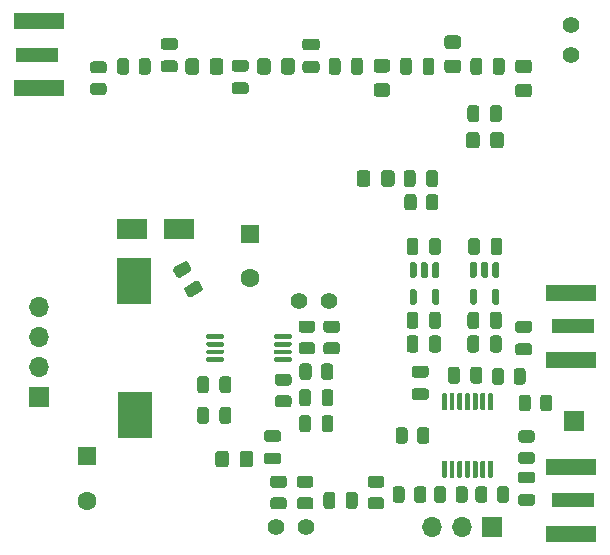
<source format=gbr>
%TF.GenerationSoftware,KiCad,Pcbnew,5.1.8*%
%TF.CreationDate,2020-12-19T17:09:28+01:00*%
%TF.ProjectId,GNI-plutoclocker,474e492d-706c-4757-946f-636c6f636b65,rev?*%
%TF.SameCoordinates,Original*%
%TF.FileFunction,Soldermask,Top*%
%TF.FilePolarity,Negative*%
%FSLAX46Y46*%
G04 Gerber Fmt 4.6, Leading zero omitted, Abs format (unit mm)*
G04 Created by KiCad (PCBNEW 5.1.8) date 2020-12-19 17:09:28*
%MOMM*%
%LPD*%
G01*
G04 APERTURE LIST*
%ADD10R,1.700000X1.700000*%
%ADD11O,1.700000X1.700000*%
%ADD12R,3.000000X4.000000*%
%ADD13C,1.400000*%
%ADD14R,3.600000X1.270000*%
%ADD15R,4.200000X1.350000*%
%ADD16R,2.500000X1.800000*%
%ADD17C,1.600000*%
%ADD18R,1.600000X1.600000*%
G04 APERTURE END LIST*
%TO.C,C12*%
G36*
G01*
X103225000Y-87800000D02*
X102275000Y-87800000D01*
G75*
G02*
X102025000Y-87550000I0J250000D01*
G01*
X102025000Y-87050000D01*
G75*
G02*
X102275000Y-86800000I250000J0D01*
G01*
X103225000Y-86800000D01*
G75*
G02*
X103475000Y-87050000I0J-250000D01*
G01*
X103475000Y-87550000D01*
G75*
G02*
X103225000Y-87800000I-250000J0D01*
G01*
G37*
G36*
G01*
X103225000Y-89700000D02*
X102275000Y-89700000D01*
G75*
G02*
X102025000Y-89450000I0J250000D01*
G01*
X102025000Y-88950000D01*
G75*
G02*
X102275000Y-88700000I250000J0D01*
G01*
X103225000Y-88700000D01*
G75*
G02*
X103475000Y-88950000I0J-250000D01*
G01*
X103475000Y-89450000D01*
G75*
G02*
X103225000Y-89700000I-250000J0D01*
G01*
G37*
%TD*%
%TO.C,L9*%
G36*
G01*
X99050000Y-88799999D02*
X99050000Y-89700001D01*
G75*
G02*
X98800001Y-89950000I-249999J0D01*
G01*
X98149999Y-89950000D01*
G75*
G02*
X97900000Y-89700001I0J249999D01*
G01*
X97900000Y-88799999D01*
G75*
G02*
X98149999Y-88550000I249999J0D01*
G01*
X98800001Y-88550000D01*
G75*
G02*
X99050000Y-88799999I0J-249999D01*
G01*
G37*
G36*
G01*
X101100000Y-88799999D02*
X101100000Y-89700001D01*
G75*
G02*
X100850001Y-89950000I-249999J0D01*
G01*
X100199999Y-89950000D01*
G75*
G02*
X99950000Y-89700001I0J249999D01*
G01*
X99950000Y-88799999D01*
G75*
G02*
X100199999Y-88550000I249999J0D01*
G01*
X100850001Y-88550000D01*
G75*
G02*
X101100000Y-88799999I0J-249999D01*
G01*
G37*
%TD*%
%TO.C,C17*%
G36*
G01*
X120250000Y-79025000D02*
X120250000Y-79975000D01*
G75*
G02*
X120000000Y-80225000I-250000J0D01*
G01*
X119500000Y-80225000D01*
G75*
G02*
X119250000Y-79975000I0J250000D01*
G01*
X119250000Y-79025000D01*
G75*
G02*
X119500000Y-78775000I250000J0D01*
G01*
X120000000Y-78775000D01*
G75*
G02*
X120250000Y-79025000I0J-250000D01*
G01*
G37*
G36*
G01*
X122150000Y-79025000D02*
X122150000Y-79975000D01*
G75*
G02*
X121900000Y-80225000I-250000J0D01*
G01*
X121400000Y-80225000D01*
G75*
G02*
X121150000Y-79975000I0J250000D01*
G01*
X121150000Y-79025000D01*
G75*
G02*
X121400000Y-78775000I250000J0D01*
G01*
X121900000Y-78775000D01*
G75*
G02*
X122150000Y-79025000I0J-250000D01*
G01*
G37*
%TD*%
%TO.C,C4*%
G36*
G01*
X108050000Y-92275000D02*
X108050000Y-93225000D01*
G75*
G02*
X107800000Y-93475000I-250000J0D01*
G01*
X107300000Y-93475000D01*
G75*
G02*
X107050000Y-93225000I0J250000D01*
G01*
X107050000Y-92275000D01*
G75*
G02*
X107300000Y-92025000I250000J0D01*
G01*
X107800000Y-92025000D01*
G75*
G02*
X108050000Y-92275000I0J-250000D01*
G01*
G37*
G36*
G01*
X109950000Y-92275000D02*
X109950000Y-93225000D01*
G75*
G02*
X109700000Y-93475000I-250000J0D01*
G01*
X109200000Y-93475000D01*
G75*
G02*
X108950000Y-93225000I0J250000D01*
G01*
X108950000Y-92275000D01*
G75*
G02*
X109200000Y-92025000I250000J0D01*
G01*
X109700000Y-92025000D01*
G75*
G02*
X109950000Y-92275000I0J-250000D01*
G01*
G37*
%TD*%
%TO.C,C9*%
G36*
G01*
X115100000Y-77025000D02*
X115100000Y-77975000D01*
G75*
G02*
X114850000Y-78225000I-250000J0D01*
G01*
X114350000Y-78225000D01*
G75*
G02*
X114100000Y-77975000I0J250000D01*
G01*
X114100000Y-77025000D01*
G75*
G02*
X114350000Y-76775000I250000J0D01*
G01*
X114850000Y-76775000D01*
G75*
G02*
X115100000Y-77025000I0J-250000D01*
G01*
G37*
G36*
G01*
X117000000Y-77025000D02*
X117000000Y-77975000D01*
G75*
G02*
X116750000Y-78225000I-250000J0D01*
G01*
X116250000Y-78225000D01*
G75*
G02*
X116000000Y-77975000I0J250000D01*
G01*
X116000000Y-77025000D01*
G75*
G02*
X116250000Y-76775000I250000J0D01*
G01*
X116750000Y-76775000D01*
G75*
G02*
X117000000Y-77025000I0J-250000D01*
G01*
G37*
%TD*%
%TO.C,C16*%
G36*
G01*
X115100000Y-79025000D02*
X115100000Y-79975000D01*
G75*
G02*
X114850000Y-80225000I-250000J0D01*
G01*
X114350000Y-80225000D01*
G75*
G02*
X114100000Y-79975000I0J250000D01*
G01*
X114100000Y-79025000D01*
G75*
G02*
X114350000Y-78775000I250000J0D01*
G01*
X114850000Y-78775000D01*
G75*
G02*
X115100000Y-79025000I0J-250000D01*
G01*
G37*
G36*
G01*
X117000000Y-79025000D02*
X117000000Y-79975000D01*
G75*
G02*
X116750000Y-80225000I-250000J0D01*
G01*
X116250000Y-80225000D01*
G75*
G02*
X116000000Y-79975000I0J250000D01*
G01*
X116000000Y-79025000D01*
G75*
G02*
X116250000Y-78775000I250000J0D01*
G01*
X116750000Y-78775000D01*
G75*
G02*
X117000000Y-79025000I0J-250000D01*
G01*
G37*
%TD*%
%TO.C,U1*%
G36*
G01*
X116400000Y-74862500D02*
X116700000Y-74862500D01*
G75*
G02*
X116850000Y-75012500I0J-150000D01*
G01*
X116850000Y-76037500D01*
G75*
G02*
X116700000Y-76187500I-150000J0D01*
G01*
X116400000Y-76187500D01*
G75*
G02*
X116250000Y-76037500I0J150000D01*
G01*
X116250000Y-75012500D01*
G75*
G02*
X116400000Y-74862500I150000J0D01*
G01*
G37*
G36*
G01*
X114500000Y-74862500D02*
X114800000Y-74862500D01*
G75*
G02*
X114950000Y-75012500I0J-150000D01*
G01*
X114950000Y-76037500D01*
G75*
G02*
X114800000Y-76187500I-150000J0D01*
G01*
X114500000Y-76187500D01*
G75*
G02*
X114350000Y-76037500I0J150000D01*
G01*
X114350000Y-75012500D01*
G75*
G02*
X114500000Y-74862500I150000J0D01*
G01*
G37*
G36*
G01*
X114500000Y-72587500D02*
X114800000Y-72587500D01*
G75*
G02*
X114950000Y-72737500I0J-150000D01*
G01*
X114950000Y-73762500D01*
G75*
G02*
X114800000Y-73912500I-150000J0D01*
G01*
X114500000Y-73912500D01*
G75*
G02*
X114350000Y-73762500I0J150000D01*
G01*
X114350000Y-72737500D01*
G75*
G02*
X114500000Y-72587500I150000J0D01*
G01*
G37*
G36*
G01*
X115450000Y-72587500D02*
X115750000Y-72587500D01*
G75*
G02*
X115900000Y-72737500I0J-150000D01*
G01*
X115900000Y-73762500D01*
G75*
G02*
X115750000Y-73912500I-150000J0D01*
G01*
X115450000Y-73912500D01*
G75*
G02*
X115300000Y-73762500I0J150000D01*
G01*
X115300000Y-72737500D01*
G75*
G02*
X115450000Y-72587500I150000J0D01*
G01*
G37*
G36*
G01*
X116400000Y-72587500D02*
X116700000Y-72587500D01*
G75*
G02*
X116850000Y-72737500I0J-150000D01*
G01*
X116850000Y-73762500D01*
G75*
G02*
X116700000Y-73912500I-150000J0D01*
G01*
X116400000Y-73912500D01*
G75*
G02*
X116250000Y-73762500I0J150000D01*
G01*
X116250000Y-72737500D01*
G75*
G02*
X116400000Y-72587500I150000J0D01*
G01*
G37*
%TD*%
%TO.C,C2*%
G36*
G01*
X115100000Y-70775000D02*
X115100000Y-71725000D01*
G75*
G02*
X114850000Y-71975000I-250000J0D01*
G01*
X114350000Y-71975000D01*
G75*
G02*
X114100000Y-71725000I0J250000D01*
G01*
X114100000Y-70775000D01*
G75*
G02*
X114350000Y-70525000I250000J0D01*
G01*
X114850000Y-70525000D01*
G75*
G02*
X115100000Y-70775000I0J-250000D01*
G01*
G37*
G36*
G01*
X117000000Y-70775000D02*
X117000000Y-71725000D01*
G75*
G02*
X116750000Y-71975000I-250000J0D01*
G01*
X116250000Y-71975000D01*
G75*
G02*
X116000000Y-71725000I0J250000D01*
G01*
X116000000Y-70775000D01*
G75*
G02*
X116250000Y-70525000I250000J0D01*
G01*
X116750000Y-70525000D01*
G75*
G02*
X117000000Y-70775000I0J-250000D01*
G01*
G37*
%TD*%
D10*
%TO.C,TP1*%
X128250000Y-86000000D03*
%TD*%
%TO.C,R15*%
G36*
G01*
X125400000Y-84950002D02*
X125400000Y-84049998D01*
G75*
G02*
X125649998Y-83800000I249998J0D01*
G01*
X126175002Y-83800000D01*
G75*
G02*
X126425000Y-84049998I0J-249998D01*
G01*
X126425000Y-84950002D01*
G75*
G02*
X126175002Y-85200000I-249998J0D01*
G01*
X125649998Y-85200000D01*
G75*
G02*
X125400000Y-84950002I0J249998D01*
G01*
G37*
G36*
G01*
X123575000Y-84950002D02*
X123575000Y-84049998D01*
G75*
G02*
X123824998Y-83800000I249998J0D01*
G01*
X124350002Y-83800000D01*
G75*
G02*
X124600000Y-84049998I0J-249998D01*
G01*
X124600000Y-84950002D01*
G75*
G02*
X124350002Y-85200000I-249998J0D01*
G01*
X123824998Y-85200000D01*
G75*
G02*
X123575000Y-84950002I0J249998D01*
G01*
G37*
%TD*%
%TO.C,C6*%
G36*
G01*
X98250000Y-86025000D02*
X98250000Y-85075000D01*
G75*
G02*
X98500000Y-84825000I250000J0D01*
G01*
X99000000Y-84825000D01*
G75*
G02*
X99250000Y-85075000I0J-250000D01*
G01*
X99250000Y-86025000D01*
G75*
G02*
X99000000Y-86275000I-250000J0D01*
G01*
X98500000Y-86275000D01*
G75*
G02*
X98250000Y-86025000I0J250000D01*
G01*
G37*
G36*
G01*
X96350000Y-86025000D02*
X96350000Y-85075000D01*
G75*
G02*
X96600000Y-84825000I250000J0D01*
G01*
X97100000Y-84825000D01*
G75*
G02*
X97350000Y-85075000I0J-250000D01*
G01*
X97350000Y-86025000D01*
G75*
G02*
X97100000Y-86275000I-250000J0D01*
G01*
X96600000Y-86275000D01*
G75*
G02*
X96350000Y-86025000I0J250000D01*
G01*
G37*
%TD*%
%TO.C,U4*%
G36*
G01*
X121100000Y-89375000D02*
X121300000Y-89375000D01*
G75*
G02*
X121400000Y-89475000I0J-100000D01*
G01*
X121400000Y-90750000D01*
G75*
G02*
X121300000Y-90850000I-100000J0D01*
G01*
X121100000Y-90850000D01*
G75*
G02*
X121000000Y-90750000I0J100000D01*
G01*
X121000000Y-89475000D01*
G75*
G02*
X121100000Y-89375000I100000J0D01*
G01*
G37*
G36*
G01*
X120450000Y-89375000D02*
X120650000Y-89375000D01*
G75*
G02*
X120750000Y-89475000I0J-100000D01*
G01*
X120750000Y-90750000D01*
G75*
G02*
X120650000Y-90850000I-100000J0D01*
G01*
X120450000Y-90850000D01*
G75*
G02*
X120350000Y-90750000I0J100000D01*
G01*
X120350000Y-89475000D01*
G75*
G02*
X120450000Y-89375000I100000J0D01*
G01*
G37*
G36*
G01*
X119800000Y-89375000D02*
X120000000Y-89375000D01*
G75*
G02*
X120100000Y-89475000I0J-100000D01*
G01*
X120100000Y-90750000D01*
G75*
G02*
X120000000Y-90850000I-100000J0D01*
G01*
X119800000Y-90850000D01*
G75*
G02*
X119700000Y-90750000I0J100000D01*
G01*
X119700000Y-89475000D01*
G75*
G02*
X119800000Y-89375000I100000J0D01*
G01*
G37*
G36*
G01*
X119150000Y-89375000D02*
X119350000Y-89375000D01*
G75*
G02*
X119450000Y-89475000I0J-100000D01*
G01*
X119450000Y-90750000D01*
G75*
G02*
X119350000Y-90850000I-100000J0D01*
G01*
X119150000Y-90850000D01*
G75*
G02*
X119050000Y-90750000I0J100000D01*
G01*
X119050000Y-89475000D01*
G75*
G02*
X119150000Y-89375000I100000J0D01*
G01*
G37*
G36*
G01*
X118500000Y-89375000D02*
X118700000Y-89375000D01*
G75*
G02*
X118800000Y-89475000I0J-100000D01*
G01*
X118800000Y-90750000D01*
G75*
G02*
X118700000Y-90850000I-100000J0D01*
G01*
X118500000Y-90850000D01*
G75*
G02*
X118400000Y-90750000I0J100000D01*
G01*
X118400000Y-89475000D01*
G75*
G02*
X118500000Y-89375000I100000J0D01*
G01*
G37*
G36*
G01*
X117850000Y-89375000D02*
X118050000Y-89375000D01*
G75*
G02*
X118150000Y-89475000I0J-100000D01*
G01*
X118150000Y-90750000D01*
G75*
G02*
X118050000Y-90850000I-100000J0D01*
G01*
X117850000Y-90850000D01*
G75*
G02*
X117750000Y-90750000I0J100000D01*
G01*
X117750000Y-89475000D01*
G75*
G02*
X117850000Y-89375000I100000J0D01*
G01*
G37*
G36*
G01*
X117200000Y-89375000D02*
X117400000Y-89375000D01*
G75*
G02*
X117500000Y-89475000I0J-100000D01*
G01*
X117500000Y-90750000D01*
G75*
G02*
X117400000Y-90850000I-100000J0D01*
G01*
X117200000Y-90850000D01*
G75*
G02*
X117100000Y-90750000I0J100000D01*
G01*
X117100000Y-89475000D01*
G75*
G02*
X117200000Y-89375000I100000J0D01*
G01*
G37*
G36*
G01*
X117200000Y-83650000D02*
X117400000Y-83650000D01*
G75*
G02*
X117500000Y-83750000I0J-100000D01*
G01*
X117500000Y-85025000D01*
G75*
G02*
X117400000Y-85125000I-100000J0D01*
G01*
X117200000Y-85125000D01*
G75*
G02*
X117100000Y-85025000I0J100000D01*
G01*
X117100000Y-83750000D01*
G75*
G02*
X117200000Y-83650000I100000J0D01*
G01*
G37*
G36*
G01*
X117850000Y-83650000D02*
X118050000Y-83650000D01*
G75*
G02*
X118150000Y-83750000I0J-100000D01*
G01*
X118150000Y-85025000D01*
G75*
G02*
X118050000Y-85125000I-100000J0D01*
G01*
X117850000Y-85125000D01*
G75*
G02*
X117750000Y-85025000I0J100000D01*
G01*
X117750000Y-83750000D01*
G75*
G02*
X117850000Y-83650000I100000J0D01*
G01*
G37*
G36*
G01*
X118500000Y-83650000D02*
X118700000Y-83650000D01*
G75*
G02*
X118800000Y-83750000I0J-100000D01*
G01*
X118800000Y-85025000D01*
G75*
G02*
X118700000Y-85125000I-100000J0D01*
G01*
X118500000Y-85125000D01*
G75*
G02*
X118400000Y-85025000I0J100000D01*
G01*
X118400000Y-83750000D01*
G75*
G02*
X118500000Y-83650000I100000J0D01*
G01*
G37*
G36*
G01*
X119150000Y-83650000D02*
X119350000Y-83650000D01*
G75*
G02*
X119450000Y-83750000I0J-100000D01*
G01*
X119450000Y-85025000D01*
G75*
G02*
X119350000Y-85125000I-100000J0D01*
G01*
X119150000Y-85125000D01*
G75*
G02*
X119050000Y-85025000I0J100000D01*
G01*
X119050000Y-83750000D01*
G75*
G02*
X119150000Y-83650000I100000J0D01*
G01*
G37*
G36*
G01*
X119800000Y-83650000D02*
X120000000Y-83650000D01*
G75*
G02*
X120100000Y-83750000I0J-100000D01*
G01*
X120100000Y-85025000D01*
G75*
G02*
X120000000Y-85125000I-100000J0D01*
G01*
X119800000Y-85125000D01*
G75*
G02*
X119700000Y-85025000I0J100000D01*
G01*
X119700000Y-83750000D01*
G75*
G02*
X119800000Y-83650000I100000J0D01*
G01*
G37*
G36*
G01*
X120450000Y-83650000D02*
X120650000Y-83650000D01*
G75*
G02*
X120750000Y-83750000I0J-100000D01*
G01*
X120750000Y-85025000D01*
G75*
G02*
X120650000Y-85125000I-100000J0D01*
G01*
X120450000Y-85125000D01*
G75*
G02*
X120350000Y-85025000I0J100000D01*
G01*
X120350000Y-83750000D01*
G75*
G02*
X120450000Y-83650000I100000J0D01*
G01*
G37*
G36*
G01*
X121100000Y-83650000D02*
X121300000Y-83650000D01*
G75*
G02*
X121400000Y-83750000I0J-100000D01*
G01*
X121400000Y-85025000D01*
G75*
G02*
X121300000Y-85125000I-100000J0D01*
G01*
X121100000Y-85125000D01*
G75*
G02*
X121000000Y-85025000I0J100000D01*
G01*
X121000000Y-83750000D01*
G75*
G02*
X121100000Y-83650000I100000J0D01*
G01*
G37*
%TD*%
D11*
%TO.C,J7*%
X116250000Y-95000000D03*
X118790000Y-95000000D03*
D10*
X121330000Y-95000000D03*
%TD*%
D12*
%TO.C,L3*%
X91060000Y-85520000D03*
X91040000Y-74180000D03*
%TD*%
D13*
%TO.C,J8*%
X105010000Y-75850000D03*
X107550000Y-75850000D03*
%TD*%
%TO.C,U3*%
G36*
G01*
X98625000Y-80725000D02*
X98625000Y-80925000D01*
G75*
G02*
X98525000Y-81025000I-100000J0D01*
G01*
X97250000Y-81025000D01*
G75*
G02*
X97150000Y-80925000I0J100000D01*
G01*
X97150000Y-80725000D01*
G75*
G02*
X97250000Y-80625000I100000J0D01*
G01*
X98525000Y-80625000D01*
G75*
G02*
X98625000Y-80725000I0J-100000D01*
G01*
G37*
G36*
G01*
X98625000Y-80075000D02*
X98625000Y-80275000D01*
G75*
G02*
X98525000Y-80375000I-100000J0D01*
G01*
X97250000Y-80375000D01*
G75*
G02*
X97150000Y-80275000I0J100000D01*
G01*
X97150000Y-80075000D01*
G75*
G02*
X97250000Y-79975000I100000J0D01*
G01*
X98525000Y-79975000D01*
G75*
G02*
X98625000Y-80075000I0J-100000D01*
G01*
G37*
G36*
G01*
X98625000Y-79425000D02*
X98625000Y-79625000D01*
G75*
G02*
X98525000Y-79725000I-100000J0D01*
G01*
X97250000Y-79725000D01*
G75*
G02*
X97150000Y-79625000I0J100000D01*
G01*
X97150000Y-79425000D01*
G75*
G02*
X97250000Y-79325000I100000J0D01*
G01*
X98525000Y-79325000D01*
G75*
G02*
X98625000Y-79425000I0J-100000D01*
G01*
G37*
G36*
G01*
X98625000Y-78775000D02*
X98625000Y-78975000D01*
G75*
G02*
X98525000Y-79075000I-100000J0D01*
G01*
X97250000Y-79075000D01*
G75*
G02*
X97150000Y-78975000I0J100000D01*
G01*
X97150000Y-78775000D01*
G75*
G02*
X97250000Y-78675000I100000J0D01*
G01*
X98525000Y-78675000D01*
G75*
G02*
X98625000Y-78775000I0J-100000D01*
G01*
G37*
G36*
G01*
X104350000Y-78775000D02*
X104350000Y-78975000D01*
G75*
G02*
X104250000Y-79075000I-100000J0D01*
G01*
X102975000Y-79075000D01*
G75*
G02*
X102875000Y-78975000I0J100000D01*
G01*
X102875000Y-78775000D01*
G75*
G02*
X102975000Y-78675000I100000J0D01*
G01*
X104250000Y-78675000D01*
G75*
G02*
X104350000Y-78775000I0J-100000D01*
G01*
G37*
G36*
G01*
X104350000Y-79425000D02*
X104350000Y-79625000D01*
G75*
G02*
X104250000Y-79725000I-100000J0D01*
G01*
X102975000Y-79725000D01*
G75*
G02*
X102875000Y-79625000I0J100000D01*
G01*
X102875000Y-79425000D01*
G75*
G02*
X102975000Y-79325000I100000J0D01*
G01*
X104250000Y-79325000D01*
G75*
G02*
X104350000Y-79425000I0J-100000D01*
G01*
G37*
G36*
G01*
X104350000Y-80075000D02*
X104350000Y-80275000D01*
G75*
G02*
X104250000Y-80375000I-100000J0D01*
G01*
X102975000Y-80375000D01*
G75*
G02*
X102875000Y-80275000I0J100000D01*
G01*
X102875000Y-80075000D01*
G75*
G02*
X102975000Y-79975000I100000J0D01*
G01*
X104250000Y-79975000D01*
G75*
G02*
X104350000Y-80075000I0J-100000D01*
G01*
G37*
G36*
G01*
X104350000Y-80725000D02*
X104350000Y-80925000D01*
G75*
G02*
X104250000Y-81025000I-100000J0D01*
G01*
X102975000Y-81025000D01*
G75*
G02*
X102875000Y-80925000I0J100000D01*
G01*
X102875000Y-80725000D01*
G75*
G02*
X102975000Y-80625000I100000J0D01*
G01*
X104250000Y-80625000D01*
G75*
G02*
X104350000Y-80725000I0J-100000D01*
G01*
G37*
%TD*%
%TO.C,U2*%
G36*
G01*
X121500000Y-74837500D02*
X121800000Y-74837500D01*
G75*
G02*
X121950000Y-74987500I0J-150000D01*
G01*
X121950000Y-76012500D01*
G75*
G02*
X121800000Y-76162500I-150000J0D01*
G01*
X121500000Y-76162500D01*
G75*
G02*
X121350000Y-76012500I0J150000D01*
G01*
X121350000Y-74987500D01*
G75*
G02*
X121500000Y-74837500I150000J0D01*
G01*
G37*
G36*
G01*
X119600000Y-74837500D02*
X119900000Y-74837500D01*
G75*
G02*
X120050000Y-74987500I0J-150000D01*
G01*
X120050000Y-76012500D01*
G75*
G02*
X119900000Y-76162500I-150000J0D01*
G01*
X119600000Y-76162500D01*
G75*
G02*
X119450000Y-76012500I0J150000D01*
G01*
X119450000Y-74987500D01*
G75*
G02*
X119600000Y-74837500I150000J0D01*
G01*
G37*
G36*
G01*
X119600000Y-72562500D02*
X119900000Y-72562500D01*
G75*
G02*
X120050000Y-72712500I0J-150000D01*
G01*
X120050000Y-73737500D01*
G75*
G02*
X119900000Y-73887500I-150000J0D01*
G01*
X119600000Y-73887500D01*
G75*
G02*
X119450000Y-73737500I0J150000D01*
G01*
X119450000Y-72712500D01*
G75*
G02*
X119600000Y-72562500I150000J0D01*
G01*
G37*
G36*
G01*
X120550000Y-72562500D02*
X120850000Y-72562500D01*
G75*
G02*
X121000000Y-72712500I0J-150000D01*
G01*
X121000000Y-73737500D01*
G75*
G02*
X120850000Y-73887500I-150000J0D01*
G01*
X120550000Y-73887500D01*
G75*
G02*
X120400000Y-73737500I0J150000D01*
G01*
X120400000Y-72712500D01*
G75*
G02*
X120550000Y-72562500I150000J0D01*
G01*
G37*
G36*
G01*
X121500000Y-72562500D02*
X121800000Y-72562500D01*
G75*
G02*
X121950000Y-72712500I0J-150000D01*
G01*
X121950000Y-73737500D01*
G75*
G02*
X121800000Y-73887500I-150000J0D01*
G01*
X121500000Y-73887500D01*
G75*
G02*
X121350000Y-73737500I0J150000D01*
G01*
X121350000Y-72712500D01*
G75*
G02*
X121500000Y-72562500I150000J0D01*
G01*
G37*
%TD*%
%TO.C,R17*%
G36*
G01*
X118237500Y-92700002D02*
X118237500Y-91799998D01*
G75*
G02*
X118487498Y-91550000I249998J0D01*
G01*
X119012502Y-91550000D01*
G75*
G02*
X119262500Y-91799998I0J-249998D01*
G01*
X119262500Y-92700002D01*
G75*
G02*
X119012502Y-92950000I-249998J0D01*
G01*
X118487498Y-92950000D01*
G75*
G02*
X118237500Y-92700002I0J249998D01*
G01*
G37*
G36*
G01*
X116412500Y-92700002D02*
X116412500Y-91799998D01*
G75*
G02*
X116662498Y-91550000I249998J0D01*
G01*
X117187502Y-91550000D01*
G75*
G02*
X117437500Y-91799998I0J-249998D01*
G01*
X117437500Y-92700002D01*
G75*
G02*
X117187502Y-92950000I-249998J0D01*
G01*
X116662498Y-92950000D01*
G75*
G02*
X116412500Y-92700002I0J249998D01*
G01*
G37*
%TD*%
%TO.C,R16*%
G36*
G01*
X120937500Y-91799998D02*
X120937500Y-92700002D01*
G75*
G02*
X120687502Y-92950000I-249998J0D01*
G01*
X120162498Y-92950000D01*
G75*
G02*
X119912500Y-92700002I0J249998D01*
G01*
X119912500Y-91799998D01*
G75*
G02*
X120162498Y-91550000I249998J0D01*
G01*
X120687502Y-91550000D01*
G75*
G02*
X120937500Y-91799998I0J-249998D01*
G01*
G37*
G36*
G01*
X122762500Y-91799998D02*
X122762500Y-92700002D01*
G75*
G02*
X122512502Y-92950000I-249998J0D01*
G01*
X121987498Y-92950000D01*
G75*
G02*
X121737500Y-92700002I0J249998D01*
G01*
X121737500Y-91799998D01*
G75*
G02*
X121987498Y-91550000I249998J0D01*
G01*
X122512502Y-91550000D01*
G75*
G02*
X122762500Y-91799998I0J-249998D01*
G01*
G37*
%TD*%
%TO.C,R14*%
G36*
G01*
X123150000Y-82700002D02*
X123150000Y-81799998D01*
G75*
G02*
X123399998Y-81550000I249998J0D01*
G01*
X123925002Y-81550000D01*
G75*
G02*
X124175000Y-81799998I0J-249998D01*
G01*
X124175000Y-82700002D01*
G75*
G02*
X123925002Y-82950000I-249998J0D01*
G01*
X123399998Y-82950000D01*
G75*
G02*
X123150000Y-82700002I0J249998D01*
G01*
G37*
G36*
G01*
X121325000Y-82700002D02*
X121325000Y-81799998D01*
G75*
G02*
X121574998Y-81550000I249998J0D01*
G01*
X122100002Y-81550000D01*
G75*
G02*
X122350000Y-81799998I0J-249998D01*
G01*
X122350000Y-82700002D01*
G75*
G02*
X122100002Y-82950000I-249998J0D01*
G01*
X121574998Y-82950000D01*
G75*
G02*
X121325000Y-82700002I0J249998D01*
G01*
G37*
%TD*%
%TO.C,R13*%
G36*
G01*
X113937500Y-91799998D02*
X113937500Y-92700002D01*
G75*
G02*
X113687502Y-92950000I-249998J0D01*
G01*
X113162498Y-92950000D01*
G75*
G02*
X112912500Y-92700002I0J249998D01*
G01*
X112912500Y-91799998D01*
G75*
G02*
X113162498Y-91550000I249998J0D01*
G01*
X113687502Y-91550000D01*
G75*
G02*
X113937500Y-91799998I0J-249998D01*
G01*
G37*
G36*
G01*
X115762500Y-91799998D02*
X115762500Y-92700002D01*
G75*
G02*
X115512502Y-92950000I-249998J0D01*
G01*
X114987498Y-92950000D01*
G75*
G02*
X114737500Y-92700002I0J249998D01*
G01*
X114737500Y-91799998D01*
G75*
G02*
X114987498Y-91550000I249998J0D01*
G01*
X115512502Y-91550000D01*
G75*
G02*
X115762500Y-91799998I0J-249998D01*
G01*
G37*
%TD*%
%TO.C,R12*%
G36*
G01*
X114187500Y-86799998D02*
X114187500Y-87700002D01*
G75*
G02*
X113937502Y-87950000I-249998J0D01*
G01*
X113412498Y-87950000D01*
G75*
G02*
X113162500Y-87700002I0J249998D01*
G01*
X113162500Y-86799998D01*
G75*
G02*
X113412498Y-86550000I249998J0D01*
G01*
X113937502Y-86550000D01*
G75*
G02*
X114187500Y-86799998I0J-249998D01*
G01*
G37*
G36*
G01*
X116012500Y-86799998D02*
X116012500Y-87700002D01*
G75*
G02*
X115762502Y-87950000I-249998J0D01*
G01*
X115237498Y-87950000D01*
G75*
G02*
X114987500Y-87700002I0J249998D01*
G01*
X114987500Y-86799998D01*
G75*
G02*
X115237498Y-86550000I249998J0D01*
G01*
X115762502Y-86550000D01*
G75*
G02*
X116012500Y-86799998I0J-249998D01*
G01*
G37*
%TD*%
%TO.C,R11*%
G36*
G01*
X123799998Y-88650000D02*
X124700002Y-88650000D01*
G75*
G02*
X124950000Y-88899998I0J-249998D01*
G01*
X124950000Y-89425002D01*
G75*
G02*
X124700002Y-89675000I-249998J0D01*
G01*
X123799998Y-89675000D01*
G75*
G02*
X123550000Y-89425002I0J249998D01*
G01*
X123550000Y-88899998D01*
G75*
G02*
X123799998Y-88650000I249998J0D01*
G01*
G37*
G36*
G01*
X123799998Y-86825000D02*
X124700002Y-86825000D01*
G75*
G02*
X124950000Y-87074998I0J-249998D01*
G01*
X124950000Y-87600002D01*
G75*
G02*
X124700002Y-87850000I-249998J0D01*
G01*
X123799998Y-87850000D01*
G75*
G02*
X123550000Y-87600002I0J249998D01*
G01*
X123550000Y-87074998D01*
G75*
G02*
X123799998Y-86825000I249998J0D01*
G01*
G37*
%TD*%
%TO.C,R10*%
G36*
G01*
X111950002Y-91687500D02*
X111049998Y-91687500D01*
G75*
G02*
X110800000Y-91437502I0J249998D01*
G01*
X110800000Y-90912498D01*
G75*
G02*
X111049998Y-90662500I249998J0D01*
G01*
X111950002Y-90662500D01*
G75*
G02*
X112200000Y-90912498I0J-249998D01*
G01*
X112200000Y-91437502D01*
G75*
G02*
X111950002Y-91687500I-249998J0D01*
G01*
G37*
G36*
G01*
X111950002Y-93512500D02*
X111049998Y-93512500D01*
G75*
G02*
X110800000Y-93262502I0J249998D01*
G01*
X110800000Y-92737498D01*
G75*
G02*
X111049998Y-92487500I249998J0D01*
G01*
X111950002Y-92487500D01*
G75*
G02*
X112200000Y-92737498I0J-249998D01*
G01*
X112200000Y-93262502D01*
G75*
G02*
X111950002Y-93512500I-249998J0D01*
G01*
G37*
%TD*%
%TO.C,R9*%
G36*
G01*
X115737500Y-67950002D02*
X115737500Y-67049998D01*
G75*
G02*
X115987498Y-66800000I249998J0D01*
G01*
X116512502Y-66800000D01*
G75*
G02*
X116762500Y-67049998I0J-249998D01*
G01*
X116762500Y-67950002D01*
G75*
G02*
X116512502Y-68200000I-249998J0D01*
G01*
X115987498Y-68200000D01*
G75*
G02*
X115737500Y-67950002I0J249998D01*
G01*
G37*
G36*
G01*
X113912500Y-67950002D02*
X113912500Y-67049998D01*
G75*
G02*
X114162498Y-66800000I249998J0D01*
G01*
X114687502Y-66800000D01*
G75*
G02*
X114937500Y-67049998I0J-249998D01*
G01*
X114937500Y-67950002D01*
G75*
G02*
X114687502Y-68200000I-249998J0D01*
G01*
X114162498Y-68200000D01*
G75*
G02*
X113912500Y-67950002I0J249998D01*
G01*
G37*
%TD*%
%TO.C,R8*%
G36*
G01*
X106850000Y-82300002D02*
X106850000Y-81399998D01*
G75*
G02*
X107099998Y-81150000I249998J0D01*
G01*
X107625002Y-81150000D01*
G75*
G02*
X107875000Y-81399998I0J-249998D01*
G01*
X107875000Y-82300002D01*
G75*
G02*
X107625002Y-82550000I-249998J0D01*
G01*
X107099998Y-82550000D01*
G75*
G02*
X106850000Y-82300002I0J249998D01*
G01*
G37*
G36*
G01*
X105025000Y-82300002D02*
X105025000Y-81399998D01*
G75*
G02*
X105274998Y-81150000I249998J0D01*
G01*
X105800002Y-81150000D01*
G75*
G02*
X106050000Y-81399998I0J-249998D01*
G01*
X106050000Y-82300002D01*
G75*
G02*
X105800002Y-82550000I-249998J0D01*
G01*
X105274998Y-82550000D01*
G75*
G02*
X105025000Y-82300002I0J249998D01*
G01*
G37*
%TD*%
%TO.C,R7*%
G36*
G01*
X105199998Y-79350000D02*
X106100002Y-79350000D01*
G75*
G02*
X106350000Y-79599998I0J-249998D01*
G01*
X106350000Y-80125002D01*
G75*
G02*
X106100002Y-80375000I-249998J0D01*
G01*
X105199998Y-80375000D01*
G75*
G02*
X104950000Y-80125002I0J249998D01*
G01*
X104950000Y-79599998D01*
G75*
G02*
X105199998Y-79350000I249998J0D01*
G01*
G37*
G36*
G01*
X105199998Y-77525000D02*
X106100002Y-77525000D01*
G75*
G02*
X106350000Y-77774998I0J-249998D01*
G01*
X106350000Y-78300002D01*
G75*
G02*
X106100002Y-78550000I-249998J0D01*
G01*
X105199998Y-78550000D01*
G75*
G02*
X104950000Y-78300002I0J249998D01*
G01*
X104950000Y-77774998D01*
G75*
G02*
X105199998Y-77525000I249998J0D01*
G01*
G37*
%TD*%
%TO.C,R6*%
G36*
G01*
X108200002Y-78550000D02*
X107299998Y-78550000D01*
G75*
G02*
X107050000Y-78300002I0J249998D01*
G01*
X107050000Y-77774998D01*
G75*
G02*
X107299998Y-77525000I249998J0D01*
G01*
X108200002Y-77525000D01*
G75*
G02*
X108450000Y-77774998I0J-249998D01*
G01*
X108450000Y-78300002D01*
G75*
G02*
X108200002Y-78550000I-249998J0D01*
G01*
G37*
G36*
G01*
X108200002Y-80375000D02*
X107299998Y-80375000D01*
G75*
G02*
X107050000Y-80125002I0J249998D01*
G01*
X107050000Y-79599998D01*
G75*
G02*
X107299998Y-79350000I249998J0D01*
G01*
X108200002Y-79350000D01*
G75*
G02*
X108450000Y-79599998I0J-249998D01*
G01*
X108450000Y-80125002D01*
G75*
G02*
X108200002Y-80375000I-249998J0D01*
G01*
G37*
%TD*%
%TO.C,R5*%
G36*
G01*
X103199998Y-83850000D02*
X104100002Y-83850000D01*
G75*
G02*
X104350000Y-84099998I0J-249998D01*
G01*
X104350000Y-84625002D01*
G75*
G02*
X104100002Y-84875000I-249998J0D01*
G01*
X103199998Y-84875000D01*
G75*
G02*
X102950000Y-84625002I0J249998D01*
G01*
X102950000Y-84099998D01*
G75*
G02*
X103199998Y-83850000I249998J0D01*
G01*
G37*
G36*
G01*
X103199998Y-82025000D02*
X104100002Y-82025000D01*
G75*
G02*
X104350000Y-82274998I0J-249998D01*
G01*
X104350000Y-82800002D01*
G75*
G02*
X104100002Y-83050000I-249998J0D01*
G01*
X103199998Y-83050000D01*
G75*
G02*
X102950000Y-82800002I0J249998D01*
G01*
X102950000Y-82274998D01*
G75*
G02*
X103199998Y-82025000I249998J0D01*
G01*
G37*
%TD*%
%TO.C,R4*%
G36*
G01*
X90600000Y-55549998D02*
X90600000Y-56450002D01*
G75*
G02*
X90350002Y-56700000I-249998J0D01*
G01*
X89824998Y-56700000D01*
G75*
G02*
X89575000Y-56450002I0J249998D01*
G01*
X89575000Y-55549998D01*
G75*
G02*
X89824998Y-55300000I249998J0D01*
G01*
X90350002Y-55300000D01*
G75*
G02*
X90600000Y-55549998I0J-249998D01*
G01*
G37*
G36*
G01*
X92425000Y-55549998D02*
X92425000Y-56450002D01*
G75*
G02*
X92175002Y-56700000I-249998J0D01*
G01*
X91649998Y-56700000D01*
G75*
G02*
X91400000Y-56450002I0J249998D01*
G01*
X91400000Y-55549998D01*
G75*
G02*
X91649998Y-55300000I249998J0D01*
G01*
X92175002Y-55300000D01*
G75*
G02*
X92425000Y-55549998I0J-249998D01*
G01*
G37*
%TD*%
%TO.C,R3*%
G36*
G01*
X103700002Y-91687500D02*
X102799998Y-91687500D01*
G75*
G02*
X102550000Y-91437502I0J249998D01*
G01*
X102550000Y-90912498D01*
G75*
G02*
X102799998Y-90662500I249998J0D01*
G01*
X103700002Y-90662500D01*
G75*
G02*
X103950000Y-90912498I0J-249998D01*
G01*
X103950000Y-91437502D01*
G75*
G02*
X103700002Y-91687500I-249998J0D01*
G01*
G37*
G36*
G01*
X103700002Y-93512500D02*
X102799998Y-93512500D01*
G75*
G02*
X102550000Y-93262502I0J249998D01*
G01*
X102550000Y-92737498D01*
G75*
G02*
X102799998Y-92487500I249998J0D01*
G01*
X103700002Y-92487500D01*
G75*
G02*
X103950000Y-92737498I0J-249998D01*
G01*
X103950000Y-93262502D01*
G75*
G02*
X103700002Y-93512500I-249998J0D01*
G01*
G37*
%TD*%
%TO.C,R2*%
G36*
G01*
X105049998Y-92487500D02*
X105950002Y-92487500D01*
G75*
G02*
X106200000Y-92737498I0J-249998D01*
G01*
X106200000Y-93262502D01*
G75*
G02*
X105950002Y-93512500I-249998J0D01*
G01*
X105049998Y-93512500D01*
G75*
G02*
X104800000Y-93262502I0J249998D01*
G01*
X104800000Y-92737498D01*
G75*
G02*
X105049998Y-92487500I249998J0D01*
G01*
G37*
G36*
G01*
X105049998Y-90662500D02*
X105950002Y-90662500D01*
G75*
G02*
X106200000Y-90912498I0J-249998D01*
G01*
X106200000Y-91437502D01*
G75*
G02*
X105950002Y-91687500I-249998J0D01*
G01*
X105049998Y-91687500D01*
G75*
G02*
X104800000Y-91437502I0J249998D01*
G01*
X104800000Y-90912498D01*
G75*
G02*
X105049998Y-90662500I249998J0D01*
G01*
G37*
%TD*%
%TO.C,R1*%
G36*
G01*
X87549998Y-57400000D02*
X88450002Y-57400000D01*
G75*
G02*
X88700000Y-57649998I0J-249998D01*
G01*
X88700000Y-58175002D01*
G75*
G02*
X88450002Y-58425000I-249998J0D01*
G01*
X87549998Y-58425000D01*
G75*
G02*
X87300000Y-58175002I0J249998D01*
G01*
X87300000Y-57649998D01*
G75*
G02*
X87549998Y-57400000I249998J0D01*
G01*
G37*
G36*
G01*
X87549998Y-55575000D02*
X88450002Y-55575000D01*
G75*
G02*
X88700000Y-55824998I0J-249998D01*
G01*
X88700000Y-56350002D01*
G75*
G02*
X88450002Y-56600000I-249998J0D01*
G01*
X87549998Y-56600000D01*
G75*
G02*
X87300000Y-56350002I0J249998D01*
G01*
X87300000Y-55824998D01*
G75*
G02*
X87549998Y-55575000I249998J0D01*
G01*
G37*
%TD*%
%TO.C,L8*%
G36*
G01*
X124450001Y-56575000D02*
X123549999Y-56575000D01*
G75*
G02*
X123300000Y-56325001I0J249999D01*
G01*
X123300000Y-55674999D01*
G75*
G02*
X123549999Y-55425000I249999J0D01*
G01*
X124450001Y-55425000D01*
G75*
G02*
X124700000Y-55674999I0J-249999D01*
G01*
X124700000Y-56325001D01*
G75*
G02*
X124450001Y-56575000I-249999J0D01*
G01*
G37*
G36*
G01*
X124450001Y-58625000D02*
X123549999Y-58625000D01*
G75*
G02*
X123300000Y-58375001I0J249999D01*
G01*
X123300000Y-57724999D01*
G75*
G02*
X123549999Y-57475000I249999J0D01*
G01*
X124450001Y-57475000D01*
G75*
G02*
X124700000Y-57724999I0J-249999D01*
G01*
X124700000Y-58375001D01*
G75*
G02*
X124450001Y-58625000I-249999J0D01*
G01*
G37*
%TD*%
%TO.C,L7*%
G36*
G01*
X121175000Y-62700001D02*
X121175000Y-61799999D01*
G75*
G02*
X121424999Y-61550000I249999J0D01*
G01*
X122075001Y-61550000D01*
G75*
G02*
X122325000Y-61799999I0J-249999D01*
G01*
X122325000Y-62700001D01*
G75*
G02*
X122075001Y-62950000I-249999J0D01*
G01*
X121424999Y-62950000D01*
G75*
G02*
X121175000Y-62700001I0J249999D01*
G01*
G37*
G36*
G01*
X119125000Y-62700001D02*
X119125000Y-61799999D01*
G75*
G02*
X119374999Y-61550000I249999J0D01*
G01*
X120025001Y-61550000D01*
G75*
G02*
X120275000Y-61799999I0J-249999D01*
G01*
X120275000Y-62700001D01*
G75*
G02*
X120025001Y-62950000I-249999J0D01*
G01*
X119374999Y-62950000D01*
G75*
G02*
X119125000Y-62700001I0J249999D01*
G01*
G37*
%TD*%
%TO.C,L6*%
G36*
G01*
X111925000Y-65950001D02*
X111925000Y-65049999D01*
G75*
G02*
X112174999Y-64800000I249999J0D01*
G01*
X112825001Y-64800000D01*
G75*
G02*
X113075000Y-65049999I0J-249999D01*
G01*
X113075000Y-65950001D01*
G75*
G02*
X112825001Y-66200000I-249999J0D01*
G01*
X112174999Y-66200000D01*
G75*
G02*
X111925000Y-65950001I0J249999D01*
G01*
G37*
G36*
G01*
X109875000Y-65950001D02*
X109875000Y-65049999D01*
G75*
G02*
X110124999Y-64800000I249999J0D01*
G01*
X110775001Y-64800000D01*
G75*
G02*
X111025000Y-65049999I0J-249999D01*
G01*
X111025000Y-65950001D01*
G75*
G02*
X110775001Y-66200000I-249999J0D01*
G01*
X110124999Y-66200000D01*
G75*
G02*
X109875000Y-65950001I0J249999D01*
G01*
G37*
%TD*%
%TO.C,L5*%
G36*
G01*
X117549999Y-55425000D02*
X118450001Y-55425000D01*
G75*
G02*
X118700000Y-55674999I0J-249999D01*
G01*
X118700000Y-56325001D01*
G75*
G02*
X118450001Y-56575000I-249999J0D01*
G01*
X117549999Y-56575000D01*
G75*
G02*
X117300000Y-56325001I0J249999D01*
G01*
X117300000Y-55674999D01*
G75*
G02*
X117549999Y-55425000I249999J0D01*
G01*
G37*
G36*
G01*
X117549999Y-53375000D02*
X118450001Y-53375000D01*
G75*
G02*
X118700000Y-53624999I0J-249999D01*
G01*
X118700000Y-54275001D01*
G75*
G02*
X118450001Y-54525000I-249999J0D01*
G01*
X117549999Y-54525000D01*
G75*
G02*
X117300000Y-54275001I0J249999D01*
G01*
X117300000Y-53624999D01*
G75*
G02*
X117549999Y-53375000I249999J0D01*
G01*
G37*
%TD*%
%TO.C,L4*%
G36*
G01*
X112450001Y-56525000D02*
X111549999Y-56525000D01*
G75*
G02*
X111300000Y-56275001I0J249999D01*
G01*
X111300000Y-55624999D01*
G75*
G02*
X111549999Y-55375000I249999J0D01*
G01*
X112450001Y-55375000D01*
G75*
G02*
X112700000Y-55624999I0J-249999D01*
G01*
X112700000Y-56275001D01*
G75*
G02*
X112450001Y-56525000I-249999J0D01*
G01*
G37*
G36*
G01*
X112450001Y-58575000D02*
X111549999Y-58575000D01*
G75*
G02*
X111300000Y-58325001I0J249999D01*
G01*
X111300000Y-57674999D01*
G75*
G02*
X111549999Y-57425000I249999J0D01*
G01*
X112450001Y-57425000D01*
G75*
G02*
X112700000Y-57674999I0J-249999D01*
G01*
X112700000Y-58325001D01*
G75*
G02*
X112450001Y-58575000I-249999J0D01*
G01*
G37*
%TD*%
%TO.C,L2*%
G36*
G01*
X103475000Y-56450001D02*
X103475000Y-55549999D01*
G75*
G02*
X103724999Y-55300000I249999J0D01*
G01*
X104375001Y-55300000D01*
G75*
G02*
X104625000Y-55549999I0J-249999D01*
G01*
X104625000Y-56450001D01*
G75*
G02*
X104375001Y-56700000I-249999J0D01*
G01*
X103724999Y-56700000D01*
G75*
G02*
X103475000Y-56450001I0J249999D01*
G01*
G37*
G36*
G01*
X101425000Y-56450001D02*
X101425000Y-55549999D01*
G75*
G02*
X101674999Y-55300000I249999J0D01*
G01*
X102325001Y-55300000D01*
G75*
G02*
X102575000Y-55549999I0J-249999D01*
G01*
X102575000Y-56450001D01*
G75*
G02*
X102325001Y-56700000I-249999J0D01*
G01*
X101674999Y-56700000D01*
G75*
G02*
X101425000Y-56450001I0J249999D01*
G01*
G37*
%TD*%
%TO.C,L1*%
G36*
G01*
X97425000Y-56450001D02*
X97425000Y-55549999D01*
G75*
G02*
X97674999Y-55300000I249999J0D01*
G01*
X98325001Y-55300000D01*
G75*
G02*
X98575000Y-55549999I0J-249999D01*
G01*
X98575000Y-56450001D01*
G75*
G02*
X98325001Y-56700000I-249999J0D01*
G01*
X97674999Y-56700000D01*
G75*
G02*
X97425000Y-56450001I0J249999D01*
G01*
G37*
G36*
G01*
X95375000Y-56450001D02*
X95375000Y-55549999D01*
G75*
G02*
X95624999Y-55300000I249999J0D01*
G01*
X96275001Y-55300000D01*
G75*
G02*
X96525000Y-55549999I0J-249999D01*
G01*
X96525000Y-56450001D01*
G75*
G02*
X96275001Y-56700000I-249999J0D01*
G01*
X95624999Y-56700000D01*
G75*
G02*
X95375000Y-56450001I0J249999D01*
G01*
G37*
%TD*%
D14*
%TO.C,J6*%
X128200000Y-92750000D03*
D15*
X128000000Y-89925000D03*
X128000000Y-95575000D03*
%TD*%
D13*
%TO.C,J5*%
X128000000Y-52460000D03*
X128000000Y-55000000D03*
%TD*%
D14*
%TO.C,J4*%
X128200000Y-78000000D03*
D15*
X128000000Y-75175000D03*
X128000000Y-80825000D03*
%TD*%
D13*
%TO.C,J3*%
X105540000Y-95000000D03*
X103000000Y-95000000D03*
%TD*%
D11*
%TO.C,J2*%
X83000000Y-76380000D03*
X83000000Y-78920000D03*
X83000000Y-81460000D03*
D10*
X83000000Y-84000000D03*
%TD*%
D14*
%TO.C,J1*%
X82800000Y-55000000D03*
D15*
X83000000Y-57825000D03*
X83000000Y-52175000D03*
%TD*%
D16*
%TO.C,D1*%
X90850000Y-69750000D03*
X94850000Y-69750000D03*
%TD*%
%TO.C,C29*%
G36*
G01*
X124475000Y-78550000D02*
X123525000Y-78550000D01*
G75*
G02*
X123275000Y-78300000I0J250000D01*
G01*
X123275000Y-77800000D01*
G75*
G02*
X123525000Y-77550000I250000J0D01*
G01*
X124475000Y-77550000D01*
G75*
G02*
X124725000Y-77800000I0J-250000D01*
G01*
X124725000Y-78300000D01*
G75*
G02*
X124475000Y-78550000I-250000J0D01*
G01*
G37*
G36*
G01*
X124475000Y-80450000D02*
X123525000Y-80450000D01*
G75*
G02*
X123275000Y-80200000I0J250000D01*
G01*
X123275000Y-79700000D01*
G75*
G02*
X123525000Y-79450000I250000J0D01*
G01*
X124475000Y-79450000D01*
G75*
G02*
X124725000Y-79700000I0J-250000D01*
G01*
X124725000Y-80200000D01*
G75*
G02*
X124475000Y-80450000I-250000J0D01*
G01*
G37*
%TD*%
%TO.C,C28*%
G36*
G01*
X124725000Y-91300000D02*
X123775000Y-91300000D01*
G75*
G02*
X123525000Y-91050000I0J250000D01*
G01*
X123525000Y-90550000D01*
G75*
G02*
X123775000Y-90300000I250000J0D01*
G01*
X124725000Y-90300000D01*
G75*
G02*
X124975000Y-90550000I0J-250000D01*
G01*
X124975000Y-91050000D01*
G75*
G02*
X124725000Y-91300000I-250000J0D01*
G01*
G37*
G36*
G01*
X124725000Y-93200000D02*
X123775000Y-93200000D01*
G75*
G02*
X123525000Y-92950000I0J250000D01*
G01*
X123525000Y-92450000D01*
G75*
G02*
X123775000Y-92200000I250000J0D01*
G01*
X124725000Y-92200000D01*
G75*
G02*
X124975000Y-92450000I0J-250000D01*
G01*
X124975000Y-92950000D01*
G75*
G02*
X124725000Y-93200000I-250000J0D01*
G01*
G37*
%TD*%
%TO.C,C27*%
G36*
G01*
X119500000Y-82625000D02*
X119500000Y-81675000D01*
G75*
G02*
X119750000Y-81425000I250000J0D01*
G01*
X120250000Y-81425000D01*
G75*
G02*
X120500000Y-81675000I0J-250000D01*
G01*
X120500000Y-82625000D01*
G75*
G02*
X120250000Y-82875000I-250000J0D01*
G01*
X119750000Y-82875000D01*
G75*
G02*
X119500000Y-82625000I0J250000D01*
G01*
G37*
G36*
G01*
X117600000Y-82625000D02*
X117600000Y-81675000D01*
G75*
G02*
X117850000Y-81425000I250000J0D01*
G01*
X118350000Y-81425000D01*
G75*
G02*
X118600000Y-81675000I0J-250000D01*
G01*
X118600000Y-82625000D01*
G75*
G02*
X118350000Y-82875000I-250000J0D01*
G01*
X117850000Y-82875000D01*
G75*
G02*
X117600000Y-82625000I0J250000D01*
G01*
G37*
%TD*%
%TO.C,C26*%
G36*
G01*
X115725000Y-82350000D02*
X114775000Y-82350000D01*
G75*
G02*
X114525000Y-82100000I0J250000D01*
G01*
X114525000Y-81600000D01*
G75*
G02*
X114775000Y-81350000I250000J0D01*
G01*
X115725000Y-81350000D01*
G75*
G02*
X115975000Y-81600000I0J-250000D01*
G01*
X115975000Y-82100000D01*
G75*
G02*
X115725000Y-82350000I-250000J0D01*
G01*
G37*
G36*
G01*
X115725000Y-84250000D02*
X114775000Y-84250000D01*
G75*
G02*
X114525000Y-84000000I0J250000D01*
G01*
X114525000Y-83500000D01*
G75*
G02*
X114775000Y-83250000I250000J0D01*
G01*
X115725000Y-83250000D01*
G75*
G02*
X115975000Y-83500000I0J-250000D01*
G01*
X115975000Y-84000000D01*
G75*
G02*
X115725000Y-84250000I-250000J0D01*
G01*
G37*
%TD*%
%TO.C,C25*%
G36*
G01*
X114850000Y-65025000D02*
X114850000Y-65975000D01*
G75*
G02*
X114600000Y-66225000I-250000J0D01*
G01*
X114100000Y-66225000D01*
G75*
G02*
X113850000Y-65975000I0J250000D01*
G01*
X113850000Y-65025000D01*
G75*
G02*
X114100000Y-64775000I250000J0D01*
G01*
X114600000Y-64775000D01*
G75*
G02*
X114850000Y-65025000I0J-250000D01*
G01*
G37*
G36*
G01*
X116750000Y-65025000D02*
X116750000Y-65975000D01*
G75*
G02*
X116500000Y-66225000I-250000J0D01*
G01*
X116000000Y-66225000D01*
G75*
G02*
X115750000Y-65975000I0J250000D01*
G01*
X115750000Y-65025000D01*
G75*
G02*
X116000000Y-64775000I250000J0D01*
G01*
X116500000Y-64775000D01*
G75*
G02*
X116750000Y-65025000I0J-250000D01*
G01*
G37*
%TD*%
%TO.C,C24*%
G36*
G01*
X120250000Y-59525000D02*
X120250000Y-60475000D01*
G75*
G02*
X120000000Y-60725000I-250000J0D01*
G01*
X119500000Y-60725000D01*
G75*
G02*
X119250000Y-60475000I0J250000D01*
G01*
X119250000Y-59525000D01*
G75*
G02*
X119500000Y-59275000I250000J0D01*
G01*
X120000000Y-59275000D01*
G75*
G02*
X120250000Y-59525000I0J-250000D01*
G01*
G37*
G36*
G01*
X122150000Y-59525000D02*
X122150000Y-60475000D01*
G75*
G02*
X121900000Y-60725000I-250000J0D01*
G01*
X121400000Y-60725000D01*
G75*
G02*
X121150000Y-60475000I0J250000D01*
G01*
X121150000Y-59525000D01*
G75*
G02*
X121400000Y-59275000I250000J0D01*
G01*
X121900000Y-59275000D01*
G75*
G02*
X122150000Y-59525000I0J-250000D01*
G01*
G37*
%TD*%
%TO.C,C23*%
G36*
G01*
X95388638Y-74654488D02*
X96211362Y-74179488D01*
G75*
G02*
X96552868Y-74270994I125000J-216506D01*
G01*
X96802868Y-74704006D01*
G75*
G02*
X96711362Y-75045512I-216506J-125000D01*
G01*
X95888638Y-75520512D01*
G75*
G02*
X95547132Y-75429006I-125000J216506D01*
G01*
X95297132Y-74995994D01*
G75*
G02*
X95388638Y-74654488I216506J125000D01*
G01*
G37*
G36*
G01*
X94438638Y-73009040D02*
X95261362Y-72534040D01*
G75*
G02*
X95602868Y-72625546I125000J-216506D01*
G01*
X95852868Y-73058558D01*
G75*
G02*
X95761362Y-73400064I-216506J-125000D01*
G01*
X94938638Y-73875064D01*
G75*
G02*
X94597132Y-73783558I-125000J216506D01*
G01*
X94347132Y-73350546D01*
G75*
G02*
X94438638Y-73009040I216506J125000D01*
G01*
G37*
%TD*%
D17*
%TO.C,C22*%
X100850000Y-73950000D03*
D18*
X100850000Y-70150000D03*
%TD*%
%TO.C,C21*%
G36*
G01*
X120500000Y-55525000D02*
X120500000Y-56475000D01*
G75*
G02*
X120250000Y-56725000I-250000J0D01*
G01*
X119750000Y-56725000D01*
G75*
G02*
X119500000Y-56475000I0J250000D01*
G01*
X119500000Y-55525000D01*
G75*
G02*
X119750000Y-55275000I250000J0D01*
G01*
X120250000Y-55275000D01*
G75*
G02*
X120500000Y-55525000I0J-250000D01*
G01*
G37*
G36*
G01*
X122400000Y-55525000D02*
X122400000Y-56475000D01*
G75*
G02*
X122150000Y-56725000I-250000J0D01*
G01*
X121650000Y-56725000D01*
G75*
G02*
X121400000Y-56475000I0J250000D01*
G01*
X121400000Y-55525000D01*
G75*
G02*
X121650000Y-55275000I250000J0D01*
G01*
X122150000Y-55275000D01*
G75*
G02*
X122400000Y-55525000I0J-250000D01*
G01*
G37*
%TD*%
%TO.C,C19*%
G36*
G01*
X114550000Y-55525000D02*
X114550000Y-56475000D01*
G75*
G02*
X114300000Y-56725000I-250000J0D01*
G01*
X113800000Y-56725000D01*
G75*
G02*
X113550000Y-56475000I0J250000D01*
G01*
X113550000Y-55525000D01*
G75*
G02*
X113800000Y-55275000I250000J0D01*
G01*
X114300000Y-55275000D01*
G75*
G02*
X114550000Y-55525000I0J-250000D01*
G01*
G37*
G36*
G01*
X116450000Y-55525000D02*
X116450000Y-56475000D01*
G75*
G02*
X116200000Y-56725000I-250000J0D01*
G01*
X115700000Y-56725000D01*
G75*
G02*
X115450000Y-56475000I0J250000D01*
G01*
X115450000Y-55525000D01*
G75*
G02*
X115700000Y-55275000I250000J0D01*
G01*
X116200000Y-55275000D01*
G75*
G02*
X116450000Y-55525000I0J-250000D01*
G01*
G37*
%TD*%
%TO.C,C18*%
G36*
G01*
X106900000Y-84525000D02*
X106900000Y-83575000D01*
G75*
G02*
X107150000Y-83325000I250000J0D01*
G01*
X107650000Y-83325000D01*
G75*
G02*
X107900000Y-83575000I0J-250000D01*
G01*
X107900000Y-84525000D01*
G75*
G02*
X107650000Y-84775000I-250000J0D01*
G01*
X107150000Y-84775000D01*
G75*
G02*
X106900000Y-84525000I0J250000D01*
G01*
G37*
G36*
G01*
X105000000Y-84525000D02*
X105000000Y-83575000D01*
G75*
G02*
X105250000Y-83325000I250000J0D01*
G01*
X105750000Y-83325000D01*
G75*
G02*
X106000000Y-83575000I0J-250000D01*
G01*
X106000000Y-84525000D01*
G75*
G02*
X105750000Y-84775000I-250000J0D01*
G01*
X105250000Y-84775000D01*
G75*
G02*
X105000000Y-84525000I0J250000D01*
G01*
G37*
%TD*%
%TO.C,C15*%
G36*
G01*
X106900000Y-86725000D02*
X106900000Y-85775000D01*
G75*
G02*
X107150000Y-85525000I250000J0D01*
G01*
X107650000Y-85525000D01*
G75*
G02*
X107900000Y-85775000I0J-250000D01*
G01*
X107900000Y-86725000D01*
G75*
G02*
X107650000Y-86975000I-250000J0D01*
G01*
X107150000Y-86975000D01*
G75*
G02*
X106900000Y-86725000I0J250000D01*
G01*
G37*
G36*
G01*
X105000000Y-86725000D02*
X105000000Y-85775000D01*
G75*
G02*
X105250000Y-85525000I250000J0D01*
G01*
X105750000Y-85525000D01*
G75*
G02*
X106000000Y-85775000I0J-250000D01*
G01*
X106000000Y-86725000D01*
G75*
G02*
X105750000Y-86975000I-250000J0D01*
G01*
X105250000Y-86975000D01*
G75*
G02*
X105000000Y-86725000I0J250000D01*
G01*
G37*
%TD*%
%TO.C,C14*%
G36*
G01*
X108500000Y-55525000D02*
X108500000Y-56475000D01*
G75*
G02*
X108250000Y-56725000I-250000J0D01*
G01*
X107750000Y-56725000D01*
G75*
G02*
X107500000Y-56475000I0J250000D01*
G01*
X107500000Y-55525000D01*
G75*
G02*
X107750000Y-55275000I250000J0D01*
G01*
X108250000Y-55275000D01*
G75*
G02*
X108500000Y-55525000I0J-250000D01*
G01*
G37*
G36*
G01*
X110400000Y-55525000D02*
X110400000Y-56475000D01*
G75*
G02*
X110150000Y-56725000I-250000J0D01*
G01*
X109650000Y-56725000D01*
G75*
G02*
X109400000Y-56475000I0J250000D01*
G01*
X109400000Y-55525000D01*
G75*
G02*
X109650000Y-55275000I250000J0D01*
G01*
X110150000Y-55275000D01*
G75*
G02*
X110400000Y-55525000I0J-250000D01*
G01*
G37*
%TD*%
%TO.C,C11*%
G36*
G01*
X106475000Y-54650000D02*
X105525000Y-54650000D01*
G75*
G02*
X105275000Y-54400000I0J250000D01*
G01*
X105275000Y-53900000D01*
G75*
G02*
X105525000Y-53650000I250000J0D01*
G01*
X106475000Y-53650000D01*
G75*
G02*
X106725000Y-53900000I0J-250000D01*
G01*
X106725000Y-54400000D01*
G75*
G02*
X106475000Y-54650000I-250000J0D01*
G01*
G37*
G36*
G01*
X106475000Y-56550000D02*
X105525000Y-56550000D01*
G75*
G02*
X105275000Y-56300000I0J250000D01*
G01*
X105275000Y-55800000D01*
G75*
G02*
X105525000Y-55550000I250000J0D01*
G01*
X106475000Y-55550000D01*
G75*
G02*
X106725000Y-55800000I0J-250000D01*
G01*
X106725000Y-56300000D01*
G75*
G02*
X106475000Y-56550000I-250000J0D01*
G01*
G37*
%TD*%
%TO.C,C10*%
G36*
G01*
X120250000Y-77025000D02*
X120250000Y-77975000D01*
G75*
G02*
X120000000Y-78225000I-250000J0D01*
G01*
X119500000Y-78225000D01*
G75*
G02*
X119250000Y-77975000I0J250000D01*
G01*
X119250000Y-77025000D01*
G75*
G02*
X119500000Y-76775000I250000J0D01*
G01*
X120000000Y-76775000D01*
G75*
G02*
X120250000Y-77025000I0J-250000D01*
G01*
G37*
G36*
G01*
X122150000Y-77025000D02*
X122150000Y-77975000D01*
G75*
G02*
X121900000Y-78225000I-250000J0D01*
G01*
X121400000Y-78225000D01*
G75*
G02*
X121150000Y-77975000I0J250000D01*
G01*
X121150000Y-77025000D01*
G75*
G02*
X121400000Y-76775000I250000J0D01*
G01*
X121900000Y-76775000D01*
G75*
G02*
X122150000Y-77025000I0J-250000D01*
G01*
G37*
%TD*%
%TO.C,C8*%
G36*
G01*
X99525000Y-57350000D02*
X100475000Y-57350000D01*
G75*
G02*
X100725000Y-57600000I0J-250000D01*
G01*
X100725000Y-58100000D01*
G75*
G02*
X100475000Y-58350000I-250000J0D01*
G01*
X99525000Y-58350000D01*
G75*
G02*
X99275000Y-58100000I0J250000D01*
G01*
X99275000Y-57600000D01*
G75*
G02*
X99525000Y-57350000I250000J0D01*
G01*
G37*
G36*
G01*
X99525000Y-55450000D02*
X100475000Y-55450000D01*
G75*
G02*
X100725000Y-55700000I0J-250000D01*
G01*
X100725000Y-56200000D01*
G75*
G02*
X100475000Y-56450000I-250000J0D01*
G01*
X99525000Y-56450000D01*
G75*
G02*
X99275000Y-56200000I0J250000D01*
G01*
X99275000Y-55700000D01*
G75*
G02*
X99525000Y-55450000I250000J0D01*
G01*
G37*
%TD*%
%TO.C,C7*%
G36*
G01*
X98250000Y-83425000D02*
X98250000Y-82475000D01*
G75*
G02*
X98500000Y-82225000I250000J0D01*
G01*
X99000000Y-82225000D01*
G75*
G02*
X99250000Y-82475000I0J-250000D01*
G01*
X99250000Y-83425000D01*
G75*
G02*
X99000000Y-83675000I-250000J0D01*
G01*
X98500000Y-83675000D01*
G75*
G02*
X98250000Y-83425000I0J250000D01*
G01*
G37*
G36*
G01*
X96350000Y-83425000D02*
X96350000Y-82475000D01*
G75*
G02*
X96600000Y-82225000I250000J0D01*
G01*
X97100000Y-82225000D01*
G75*
G02*
X97350000Y-82475000I0J-250000D01*
G01*
X97350000Y-83425000D01*
G75*
G02*
X97100000Y-83675000I-250000J0D01*
G01*
X96600000Y-83675000D01*
G75*
G02*
X96350000Y-83425000I0J250000D01*
G01*
G37*
%TD*%
%TO.C,C5*%
G36*
G01*
X94475000Y-54600000D02*
X93525000Y-54600000D01*
G75*
G02*
X93275000Y-54350000I0J250000D01*
G01*
X93275000Y-53850000D01*
G75*
G02*
X93525000Y-53600000I250000J0D01*
G01*
X94475000Y-53600000D01*
G75*
G02*
X94725000Y-53850000I0J-250000D01*
G01*
X94725000Y-54350000D01*
G75*
G02*
X94475000Y-54600000I-250000J0D01*
G01*
G37*
G36*
G01*
X94475000Y-56500000D02*
X93525000Y-56500000D01*
G75*
G02*
X93275000Y-56250000I0J250000D01*
G01*
X93275000Y-55750000D01*
G75*
G02*
X93525000Y-55500000I250000J0D01*
G01*
X94475000Y-55500000D01*
G75*
G02*
X94725000Y-55750000I0J-250000D01*
G01*
X94725000Y-56250000D01*
G75*
G02*
X94475000Y-56500000I-250000J0D01*
G01*
G37*
%TD*%
%TO.C,C3*%
G36*
G01*
X120300000Y-70775000D02*
X120300000Y-71725000D01*
G75*
G02*
X120050000Y-71975000I-250000J0D01*
G01*
X119550000Y-71975000D01*
G75*
G02*
X119300000Y-71725000I0J250000D01*
G01*
X119300000Y-70775000D01*
G75*
G02*
X119550000Y-70525000I250000J0D01*
G01*
X120050000Y-70525000D01*
G75*
G02*
X120300000Y-70775000I0J-250000D01*
G01*
G37*
G36*
G01*
X122200000Y-70775000D02*
X122200000Y-71725000D01*
G75*
G02*
X121950000Y-71975000I-250000J0D01*
G01*
X121450000Y-71975000D01*
G75*
G02*
X121200000Y-71725000I0J250000D01*
G01*
X121200000Y-70775000D01*
G75*
G02*
X121450000Y-70525000I250000J0D01*
G01*
X121950000Y-70525000D01*
G75*
G02*
X122200000Y-70775000I0J-250000D01*
G01*
G37*
%TD*%
D17*
%TO.C,C1*%
X87000000Y-92800000D03*
D18*
X87000000Y-89000000D03*
%TD*%
M02*

</source>
